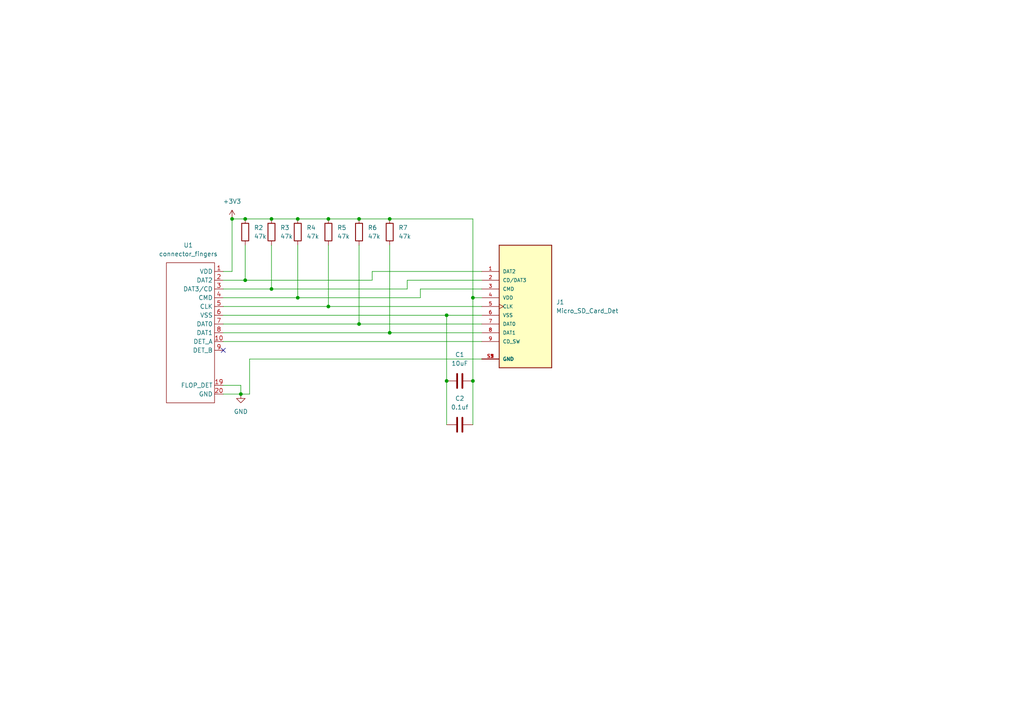
<source format=kicad_sch>
(kicad_sch (version 20211123) (generator eeschema)
  (paper "A4")
  (lib_symbols
    (symbol "Device:C" (pin_numbers hide) (pin_names (offset 0.254))
      (property "Reference" "C" (at 0.635 2.54 0))
      (property "Value" "C" (at 0.635 -2.54 0))
      (symbol "C_0_1"
        (polyline (pts (xy -2.032 -0.762) (xy 2.032 -0.762)) (stroke (width 0.508)))
        (polyline (pts (xy -2.032 0.762) (xy 2.032 0.762)) (stroke (width 0.508)))
      )
      (symbol "C_1_1"
        (pin passive line (at 0 3.81 270) (length 2.794) (name "~") (number "1"))
        (pin passive line (at 0 -3.81 90) (length 2.794) (name "~") (number "2"))
      )
    )
    (symbol "Device:R" (pin_numbers hide) (pin_names (offset 0))
      (property "Reference" "R" (at 2.032 0 90))
      (property "Value" "R" (at 0 0 90))
      (symbol "R_0_1"
        (rectangle (start -1.016 -2.54) (end 1.016 2.54) (stroke (width 0.254)))
      )
      (symbol "R_1_1"
        (pin passive line (at 0 3.81 270) (length 1.27) (name "~") (number "1"))
        (pin passive line (at 0 -3.81 90) (length 1.27) (name "~") (number "2"))
      )
    )
    (symbol "floppy-console:DM3CS-SF" (pin_names (offset 1.016))
      (property "Reference" "J" (at -7.62 19.1008 0))
      (property "Value" "DM3CS-SF" (at -7.6454 -21.1582 0))
      (symbol "DM3CS-SF_0_0"
        (rectangle (start -7.62 -17.78) (end 7.62 17.78) (stroke (width 0.254)) (fill (type background)))
        (pin passive line (at -12.7 10.16 0) (length 5.08) (name "DAT2") (number "1"))
        (pin passive line (at -12.7 7.62 0) (length 5.08) (name "CD/DAT3") (number "2"))
        (pin passive line (at -12.7 5.08 0) (length 5.08) (name "CMD") (number "3"))
        (pin passive line (at -12.7 2.54 0) (length 5.08) (name "VDD") (number "4"))
        (pin passive clock (at -12.7 0 0) (length 5.08) (name "CLK") (number "5"))
        (pin passive line (at -12.7 -2.54 0) (length 5.08) (name "VSS") (number "6"))
        (pin passive line (at -12.7 -5.08 0) (length 5.08) (name "DAT0") (number "7"))
        (pin passive line (at -12.7 -7.62 0) (length 5.08) (name "DAT1") (number "8"))
        (pin passive line (at -12.7 -10.16 0) (length 5.08) (name "CD_SW") (number "9"))
        (pin passive line (at -12.7 -15.24 0) (length 5.08) (name "GND") (number "S1"))
        (pin passive line (at -12.7 -15.24 0) (length 5.08) (name "GND") (number "S2"))
        (pin passive line (at -12.7 -15.24 0) (length 5.08) (name "GND") (number "S3"))
        (pin passive line (at -12.7 -15.24 0) (length 5.08) (name "GND") (number "S5"))
      )
    )
    (symbol "floppy-console:connector_fingers"
      (property "Reference" "U" (at 6.35 44.45 0))
      (property "Value" "connector_fingers" (at 7.62 41.91 0))
      (symbol "connector_fingers_0_1"
        (rectangle (start 0 40.64) (end 13.97 0))
      )
      (symbol "connector_fingers_1_1"
        (pin power_in line (at 16.51 38.1 180) (length 2.54) (name "VDD") (number "1"))
        (pin bidirectional line (at 16.51 17.78 180) (length 2.54) (name "DET_A") (number "10"))
        (pin passive line (at 16.51 5.08 180) (length 2.54) (name "FLOP_DET") (number "19"))
        (pin power_in line (at 16.51 35.56 180) (length 2.54) (name "DAT2") (number "2"))
        (pin input line (at 16.51 2.54 180) (length 2.54) (name "GND") (number "20"))
        (pin bidirectional line (at 16.51 33.02 180) (length 2.54) (name "DAT3/CD") (number "3"))
        (pin bidirectional line (at 16.51 30.48 180) (length 2.54) (name "CMD") (number "4"))
        (pin input line (at 16.51 27.94 180) (length 2.54) (name "CLK") (number "5"))
        (pin input line (at 16.51 25.4 180) (length 2.54) (name "VSS") (number "6"))
        (pin bidirectional line (at 16.51 22.86 180) (length 2.54) (name "DAT0") (number "7"))
        (pin bidirectional line (at 16.51 20.32 180) (length 2.54) (name "DAT1") (number "8"))
        (pin bidirectional line (at 16.51 15.24 180) (length 2.54) (name "DET_B") (number "9"))
      )
    )
    (symbol "power:+3.3V" (power) (pin_names (offset 0))
      (property "Value" "+3.3V" (at 0 3.556 0))
      (symbol "+3.3V_0_1"
        (polyline (pts (xy -0.762 1.27) (xy 0 2.54)))
        (polyline (pts (xy 0 0) (xy 0 2.54)))
        (polyline (pts (xy 0 2.54) (xy 0.762 1.27)))
      )
      (symbol "+3.3V_1_1"
        (pin power_in line (at 0 0 90) (length 0) hide (name "+3V3") (number "1"))
      )
    )
    (symbol "power:GND" (power) (pin_names (offset 0))
      (property "Value" "GND" (at 0 -3.81 0))
      (symbol "GND_0_1"
        (polyline (pts (xy 0 0) (xy 0 -1.27) (xy 1.27 -1.27) (xy 0 -2.54) (xy -1.27 -1.27) (xy 0 -1.27)))
      )
      (symbol "GND_1_1"
        (pin power_in line (at 0 0 270) (length 0) hide (name "GND") (number "1"))
      )
    )
  )
  (junction (at 113.03 63.5))
  (junction (at 71.12 63.5))
  (junction (at 71.12 81.28))
  (junction (at 78.74 83.82))
  (junction (at 67.31 63.5))
  (junction (at 137.16 110.49))
  (junction (at 69.85 114.3))
  (junction (at 95.25 88.9))
  (junction (at 113.03 96.52))
  (junction (at 104.14 93.98))
  (junction (at 129.54 91.44))
  (junction (at 86.36 86.36))
  (junction (at 86.36 63.5))
  (junction (at 78.74 63.5))
  (junction (at 104.14 63.5))
  (junction (at 95.25 63.5))
  (junction (at 137.16 86.36))
  (junction (at 129.54 110.49))
  (no_connect (at 64.77 101.6))
  (wire (pts (xy 69.85 111.76) (xy 69.85 114.3)))
  (wire (pts (xy 64.77 91.44) (xy 129.54 91.44)))
  (wire (pts (xy 104.14 63.5) (xy 113.03 63.5)))
  (wire (pts (xy 137.16 86.36) (xy 137.16 110.49)))
  (wire (pts (xy 107.95 78.74) (xy 107.95 81.28)))
  (wire (pts (xy 71.12 81.28) (xy 107.95 81.28)))
  (wire (pts (xy 64.77 86.36) (xy 86.36 86.36)))
  (wire (pts (xy 137.16 110.49) (xy 137.16 123.19)))
  (wire (pts (xy 129.54 91.44) (xy 129.54 110.49)))
  (wire (pts (xy 86.36 86.36) (xy 121.92 86.36)))
  (wire (pts (xy 64.77 78.74) (xy 67.31 78.74)))
  (wire (pts (xy 64.77 99.06) (xy 139.7 99.06)))
  (wire (pts (xy 64.77 96.52) (xy 113.03 96.52)))
  (wire (pts (xy 78.74 83.82) (xy 118.11 83.82)))
  (wire (pts (xy 64.77 88.9) (xy 95.25 88.9)))
  (wire (pts (xy 69.85 114.3) (xy 72.39 114.3)))
  (wire (pts (xy 104.14 71.12) (xy 104.14 93.98)))
  (wire (pts (xy 121.92 86.36) (xy 121.92 83.82)))
  (wire (pts (xy 67.31 63.5) (xy 71.12 63.5)))
  (wire (pts (xy 139.7 104.14) (xy 72.39 104.14)))
  (wire (pts (xy 129.54 110.49) (xy 129.54 123.19)))
  (wire (pts (xy 113.03 96.52) (xy 139.7 96.52)))
  (wire (pts (xy 118.11 83.82) (xy 118.11 81.28)))
  (wire (pts (xy 67.31 63.5) (xy 67.31 78.74)))
  (wire (pts (xy 78.74 63.5) (xy 86.36 63.5)))
  (wire (pts (xy 137.16 86.36) (xy 139.7 86.36)))
  (wire (pts (xy 71.12 71.12) (xy 71.12 81.28)))
  (wire (pts (xy 113.03 71.12) (xy 113.03 96.52)))
  (wire (pts (xy 107.95 78.74) (xy 139.7 78.74)))
  (wire (pts (xy 72.39 104.14) (xy 72.39 114.3)))
  (wire (pts (xy 64.77 83.82) (xy 78.74 83.82)))
  (wire (pts (xy 118.11 81.28) (xy 139.7 81.28)))
  (wire (pts (xy 64.77 111.76) (xy 69.85 111.76)))
  (wire (pts (xy 78.74 71.12) (xy 78.74 83.82)))
  (wire (pts (xy 86.36 71.12) (xy 86.36 86.36)))
  (wire (pts (xy 121.92 83.82) (xy 139.7 83.82)))
  (wire (pts (xy 71.12 63.5) (xy 78.74 63.5)))
  (wire (pts (xy 64.77 114.3) (xy 69.85 114.3)))
  (wire (pts (xy 86.36 63.5) (xy 95.25 63.5)))
  (wire (pts (xy 64.77 81.28) (xy 71.12 81.28)))
  (wire (pts (xy 104.14 93.98) (xy 139.7 93.98)))
  (wire (pts (xy 137.16 63.5) (xy 137.16 86.36)))
  (wire (pts (xy 95.25 63.5) (xy 104.14 63.5)))
  (wire (pts (xy 64.77 93.98) (xy 104.14 93.98)))
  (wire (pts (xy 95.25 71.12) (xy 95.25 88.9)))
  (wire (pts (xy 95.25 88.9) (xy 139.7 88.9)))
  (wire (pts (xy 113.03 63.5) (xy 137.16 63.5)))
  (wire (pts (xy 129.54 91.44) (xy 139.7 91.44)))
  (symbol (lib_id "Device:R") (at 113.03 67.31 0) (unit 1)
    (property "Reference" "R7" (at 115.57 66.0399 0) (effects (justify left)))
    (property "Value" "47k" (at 115.57 68.5799 0) (effects (justify left)))
    (property "Footprint" "Resistor_SMD:R_0402_1005Metric" (effects hide))
  )
  (symbol (lib_id "Device:R") (at 95.25 67.31 0) (unit 1)
    (property "Reference" "R5" (at 97.79 66.0399 0) (effects (justify left)))
    (property "Value" "47k" (at 97.79 68.5799 0) (effects (justify left)))
    (property "Footprint" "Resistor_SMD:R_0402_1005Metric" (effects hide))
  )
  (symbol (lib_id "Device:R") (at 104.14 67.31 0) (unit 1)
    (property "Reference" "R6" (at 106.68 66.0399 0) (effects (justify left)))
    (property "Value" "47k" (at 106.68 68.5799 0) (effects (justify left)))
    (property "Footprint" "Resistor_SMD:R_0402_1005Metric" (effects hide))
  )
  (symbol (lib_id "Device:C") (at 133.35 110.49 90) (unit 1)
    (property "Reference" "C1" (at 133.35 102.87 90))
    (property "Value" "10uF" (at 133.35 105.41 90))
    (property "Footprint" "Capacitor_SMD:C_0603_1608Metric" (effects hide))
  )
  (symbol (lib_id "power:GND") (at 69.85 114.3 0) (unit 1)
    (property "Reference" "#PWR?" (effects hide))
    (property "Value" "GND" (at 69.85 119.38 0))
  )
  (symbol (lib_id "Device:C") (at 133.35 123.19 90) (unit 1)
    (property "Reference" "C2" (at 133.35 115.57 90))
    (property "Value" "0.1uf" (at 133.35 118.11 90))
    (property "Footprint" "Capacitor_SMD:C_0402_1005Metric" (effects hide))
  )
  (symbol (lib_id "floppy-console:DM3CS-SF") (at 152.4 88.9 0) (unit 1)
    (property "Reference" "J1" (at 161.29 87.6299 0) (effects (justify left)))
    (property "Value" "Micro_SD_Card_Det" (at 161.29 90.1699 0) (effects (justify left)))
    (property "Footprint" "HRS_DM3CS-SF" (effects hide))
    (property "Datasheet" "https://www.hirose.com/product/en/download_file/key_name/DM3/category/Catalog/doc_file_id/49662/?file_category_id=4&item_id=195&is_series=1" (effects hide))
    (property "AVAILABILITY" "Good" (effects hide))
    (property "DESCRIPTION" "CONN MICRO SD CARD HINGED TYPE" (effects hide))
    (property "MANUFACTURER" "Hirose" (effects hide))
    (property "PARTREV" "n/a" (effects hide))
    (property "STANDARED" "manufacturer recommendation" (effects hide))
    (property "PRICE" "1.14 USD" (effects hide))
    (property "MP" "DM3CS-SF" (effects hide))
    (property "PACKAGE" "None" (effects hide))
  )
  (symbol (lib_id "power:+3.3V") (at 67.31 63.5 0) (unit 1)
    (property "Reference" "#PWR0101" (effects hide))
    (property "Value" "+3.3V" (at 67.31 58.42 0))
  )
  (symbol (lib_id "Device:R") (at 71.12 67.31 0) (unit 1)
    (property "Reference" "R2" (at 73.66 66.0399 0) (effects (justify left)))
    (property "Value" "47k" (at 73.66 68.5799 0) (effects (justify left)))
    (property "Footprint" "Resistor_SMD:R_0402_1005Metric" (effects hide))
  )
  (symbol (lib_id "Device:R") (at 86.36 67.31 0) (unit 1)
    (property "Reference" "R4" (at 88.9 66.0399 0) (effects (justify left)))
    (property "Value" "47k" (at 88.9 68.5799 0) (effects (justify left)))
    (property "Footprint" "Resistor_SMD:R_0402_1005Metric" (effects hide))
  )
  (symbol (lib_id "floppy-console:connector_fingers") (at 48.26 116.84 0) (unit 1)
    (property "Reference" "U1" (at 54.61 71.12 0))
    (property "Value" "connector_fingers" (at 54.61 73.66 0))
    (property "Footprint" "floppy-console:FLOPPY_CART_EDGE" (effects hide))
  )
  (symbol (lib_id "Device:R") (at 78.74 67.31 0) (unit 1)
    (property "Reference" "R3" (at 81.28 66.0399 0) (effects (justify left)))
    (property "Value" "47k" (at 81.28 68.5799 0) (effects (justify left)))
    (property "Footprint" "Resistor_SMD:R_0402_1005Metric" (effects hide))
  )
)
</source>
